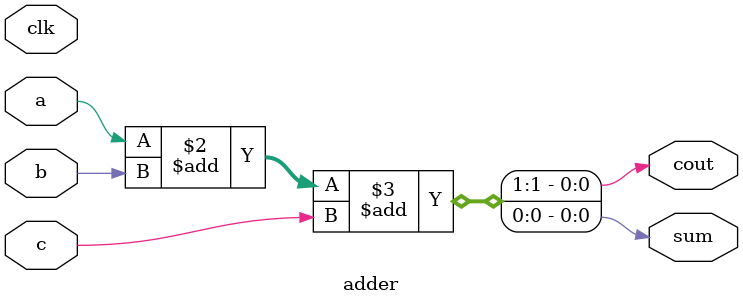
<source format=sv>
module adder(clk,a,b,c,sum,cout);


input clk;
//input rst;
input a;
input  b;
input c;
output reg sum;
output reg cout;

always@(*) begin
{cout, sum} = a + b + c;
end
endmodule
</source>
